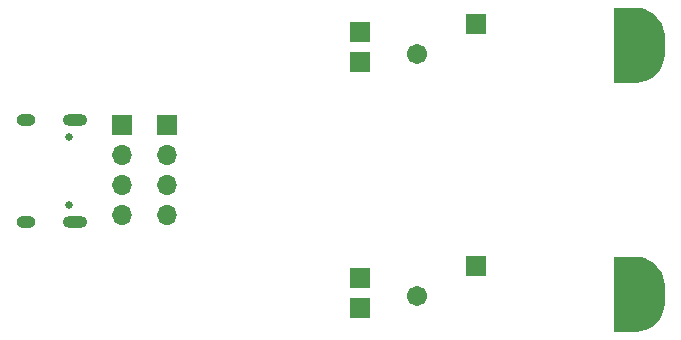
<source format=gbs>
%TF.GenerationSoftware,KiCad,Pcbnew,8.0.6*%
%TF.CreationDate,2025-01-03T23:58:44+00:00*%
%TF.ProjectId,Mini_Ammete,4d696e69-5f41-46d6-9d65-74652e6b6963,rev?*%
%TF.SameCoordinates,Original*%
%TF.FileFunction,Soldermask,Bot*%
%TF.FilePolarity,Negative*%
%FSLAX46Y46*%
G04 Gerber Fmt 4.6, Leading zero omitted, Abs format (unit mm)*
G04 Created by KiCad (PCBNEW 8.0.6) date 2025-01-03 23:58:44*
%MOMM*%
%LPD*%
G01*
G04 APERTURE LIST*
G04 Aperture macros list*
%AMRoundRect*
0 Rectangle with rounded corners*
0 $1 Rounding radius*
0 $2 $3 $4 $5 $6 $7 $8 $9 X,Y pos of 4 corners*
0 Add a 4 corners polygon primitive as box body*
4,1,4,$2,$3,$4,$5,$6,$7,$8,$9,$2,$3,0*
0 Add four circle primitives for the rounded corners*
1,1,$1+$1,$2,$3*
1,1,$1+$1,$4,$5*
1,1,$1+$1,$6,$7*
1,1,$1+$1,$8,$9*
0 Add four rect primitives between the rounded corners*
20,1,$1+$1,$2,$3,$4,$5,0*
20,1,$1+$1,$4,$5,$6,$7,0*
20,1,$1+$1,$6,$7,$8,$9,0*
20,1,$1+$1,$8,$9,$2,$3,0*%
G04 Aperture macros list end*
%ADD10C,0.000000*%
%ADD11R,1.700000X1.700000*%
%ADD12C,1.712000*%
%ADD13RoundRect,0.102000X0.754000X-0.754000X0.754000X0.754000X-0.754000X0.754000X-0.754000X-0.754000X0*%
%ADD14C,0.650000*%
%ADD15O,2.100000X1.000000*%
%ADD16O,1.600000X1.000000*%
%ADD17O,1.700000X1.700000*%
G04 APERTURE END LIST*
D10*
G36*
X153111683Y-83573167D02*
G01*
X153436249Y-83615897D01*
X153752461Y-83700626D01*
X154054908Y-83825904D01*
X154338416Y-83989587D01*
X154598133Y-84188875D01*
X154829616Y-84420358D01*
X155028904Y-84680075D01*
X155192587Y-84963583D01*
X155317865Y-85266030D01*
X155402594Y-85582242D01*
X155445324Y-85906808D01*
X155448000Y-86070491D01*
X155448000Y-87420491D01*
X155445324Y-87584174D01*
X155402594Y-87908740D01*
X155317865Y-88224952D01*
X155192587Y-88527399D01*
X155028904Y-88810907D01*
X154829616Y-89070624D01*
X154598133Y-89302107D01*
X154338416Y-89501395D01*
X154054908Y-89665078D01*
X153752461Y-89790356D01*
X153436249Y-89875085D01*
X153111683Y-89917815D01*
X152948000Y-89920491D01*
X151130000Y-89920491D01*
X151130000Y-83570491D01*
X152948000Y-83570491D01*
X153111683Y-83573167D01*
G37*
G36*
X153111683Y-62468960D02*
G01*
X153436249Y-62511690D01*
X153752461Y-62596419D01*
X154054908Y-62721697D01*
X154338416Y-62885380D01*
X154598133Y-63084668D01*
X154829616Y-63316151D01*
X155028904Y-63575868D01*
X155192587Y-63859376D01*
X155317865Y-64161823D01*
X155402594Y-64478035D01*
X155445324Y-64802601D01*
X155448000Y-64966284D01*
X155448000Y-66316284D01*
X155445324Y-66479967D01*
X155402594Y-66804533D01*
X155317865Y-67120745D01*
X155192587Y-67423192D01*
X155028904Y-67706700D01*
X154829616Y-67966417D01*
X154598133Y-68197900D01*
X154338416Y-68397188D01*
X154054908Y-68560871D01*
X153752461Y-68686149D01*
X153436249Y-68770878D01*
X153111683Y-68813608D01*
X152948000Y-68816284D01*
X151130000Y-68816284D01*
X151130000Y-62466284D01*
X152948000Y-62466284D01*
X153111683Y-62468960D01*
G37*
D11*
%TO.C,J9*%
X129650000Y-87884000D03*
%TD*%
%TO.C,J8*%
X129650000Y-64516000D03*
%TD*%
D12*
%TO.C,J7*%
X134476000Y-86868000D03*
D13*
X139476000Y-84368000D03*
%TD*%
D14*
%TO.C,J1*%
X105026000Y-73406000D03*
X105026000Y-79186000D03*
D15*
X105526000Y-71976000D03*
D16*
X101346000Y-71976000D03*
D15*
X105526000Y-80616000D03*
D16*
X101346000Y-80616000D03*
%TD*%
D11*
%TO.C,J5*%
X129650000Y-67056000D03*
%TD*%
%TO.C,J2*%
X113309000Y-72400000D03*
D17*
X113309000Y-74940000D03*
X113309000Y-77480000D03*
X113309000Y-80020000D03*
%TD*%
D11*
%TO.C,J4*%
X129650000Y-85344000D03*
%TD*%
%TO.C,J3*%
X109499000Y-72380000D03*
D17*
X109499000Y-74920000D03*
X109499000Y-77460000D03*
X109499000Y-80000000D03*
%TD*%
D12*
%TO.C,J6*%
X134476000Y-66368000D03*
D13*
X139476000Y-63868000D03*
%TD*%
M02*

</source>
